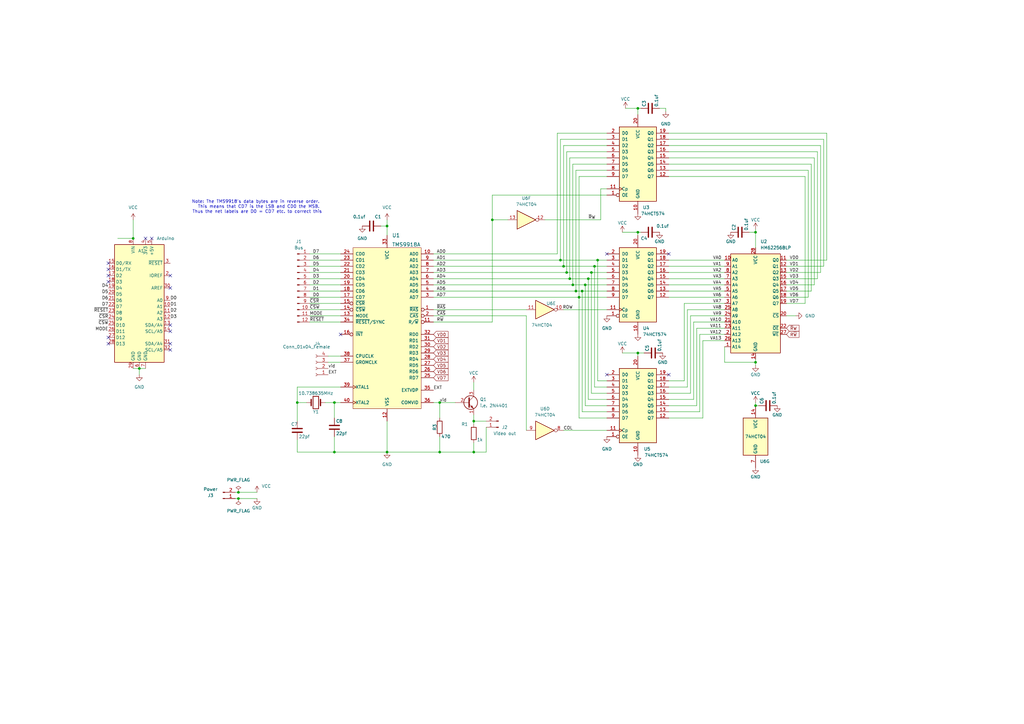
<source format=kicad_sch>
(kicad_sch (version 20211123) (generator eeschema)
  (paper "A3")
  (title_block (title "TMS9918A ") (date "2022-03") (rev "Rev.1.2") (company "Doctor Volt"))
  (lib_symbols
    (symbol "74xx:74HCT04"
      (property "Reference" "U" (at 0 1.27 0))
      (property "Value" "74HCT04" (at 0 -1.27 0))
      (symbol "74HCT04_1_0"
        (polyline (pts (xy -3.81 3.81) (xy -3.81 -3.81) (xy 3.81 0) (xy -3.81 3.81)) (stroke (width 0.254)) (fill (type background)))
        (pin input line (at -7.62 0 0) (length 3.81) (name "~") (number "1"))
        (pin output inverted (at 7.62 0 180) (length 3.81) (name "~") (number "2"))
      )
      (symbol "74HCT04_2_0"
        (polyline (pts (xy -3.81 3.81) (xy -3.81 -3.81) (xy 3.81 0) (xy -3.81 3.81)) (stroke (width 0.254)) (fill (type background)))
        (pin input line (at -7.62 0 0) (length 3.81) (name "~") (number "3"))
        (pin output inverted (at 7.62 0 180) (length 3.81) (name "~") (number "4"))
      )
      (symbol "74HCT04_3_0"
        (polyline (pts (xy -3.81 3.81) (xy -3.81 -3.81) (xy 3.81 0) (xy -3.81 3.81)) (stroke (width 0.254)) (fill (type background)))
        (pin input line (at -7.62 0 0) (length 3.81) (name "~") (number "5"))
        (pin output inverted (at 7.62 0 180) (length 3.81) (name "~") (number "6"))
      )
      (symbol "74HCT04_4_0"
        (polyline (pts (xy -3.81 3.81) (xy -3.81 -3.81) (xy 3.81 0) (xy -3.81 3.81)) (stroke (width 0.254)) (fill (type background)))
        (pin output inverted (at 7.62 0 180) (length 3.81) (name "~") (number "8"))
        (pin input line (at -7.62 0 0) (length 3.81) (name "~") (number "9"))
      )
      (symbol "74HCT04_5_0"
        (polyline (pts (xy -3.81 3.81) (xy -3.81 -3.81) (xy 3.81 0) (xy -3.81 3.81)) (stroke (width 0.254)) (fill (type background)))
        (pin output inverted (at 7.62 0 180) (length 3.81) (name "~") (number "10"))
        (pin input line (at -7.62 0 0) (length 3.81) (name "~") (number "11"))
      )
      (symbol "74HCT04_6_0"
        (polyline (pts (xy -3.81 3.81) (xy -3.81 -3.81) (xy 3.81 0) (xy -3.81 3.81)) (stroke (width 0.254)) (fill (type background)))
        (pin output inverted (at 7.62 0 180) (length 3.81) (name "~") (number "12"))
        (pin input line (at -7.62 0 0) (length 3.81) (name "~") (number "13"))
      )
      (symbol "74HCT04_7_0"
        (pin power_in line (at 0 12.7 270) (length 5.08) (name "VCC") (number "14"))
        (pin power_in line (at 0 -12.7 90) (length 5.08) (name "GND") (number "7"))
      )
      (symbol "74HCT04_7_1"
        (rectangle (start -5.08 7.62) (end 5.08 -7.62) (stroke (width 0.254)) (fill (type background)))
      )
    )
    (symbol "74xx:74LS574" (pin_names (offset 1.016))
      (property "Reference" "U" (at -7.62 16.51 0))
      (property "Value" "74LS574" (at -7.62 -16.51 0))
      (symbol "74LS574_1_0"
        (pin input inverted (at -12.7 -12.7 0) (length 5.08) (name "OE") (number "1"))
        (pin power_in line (at 0 -20.32 90) (length 5.08) (name "GND") (number "10"))
        (pin input clock (at -12.7 -10.16 0) (length 5.08) (name "Cp") (number "11"))
        (pin tri_state line (at 12.7 -5.08 180) (length 5.08) (name "Q7") (number "12"))
        (pin tri_state line (at 12.7 -2.54 180) (length 5.08) (name "Q6") (number "13"))
        (pin tri_state line (at 12.7 0 180) (length 5.08) (name "Q5") (number "14"))
        (pin tri_state line (at 12.7 2.54 180) (length 5.08) (name "Q4") (number "15"))
        (pin tri_state line (at 12.7 5.08 180) (length 5.08) (name "Q3") (number "16"))
        (pin tri_state line (at 12.7 7.62 180) (length 5.08) (name "Q2") (number "17"))
        (pin tri_state line (at 12.7 10.16 180) (length 5.08) (name "Q1") (number "18"))
        (pin tri_state line (at 12.7 12.7 180) (length 5.08) (name "Q0") (number "19"))
        (pin input line (at -12.7 12.7 0) (length 5.08) (name "D0") (number "2"))
        (pin power_in line (at 0 20.32 270) (length 5.08) (name "VCC") (number "20"))
        (pin input line (at -12.7 10.16 0) (length 5.08) (name "D1") (number "3"))
        (pin input line (at -12.7 7.62 0) (length 5.08) (name "D2") (number "4"))
        (pin input line (at -12.7 5.08 0) (length 5.08) (name "D3") (number "5"))
        (pin input line (at -12.7 2.54 0) (length 5.08) (name "D4") (number "6"))
        (pin input line (at -12.7 0 0) (length 5.08) (name "D5") (number "7"))
        (pin input line (at -12.7 -2.54 0) (length 5.08) (name "D6") (number "8"))
        (pin input line (at -12.7 -5.08 0) (length 5.08) (name "D7") (number "9"))
      )
      (symbol "74LS574_1_1"
        (rectangle (start -7.62 15.24) (end 7.62 -15.24) (stroke (width 0.254)) (fill (type background)))
      )
    )
    (symbol "Connector:Conn_01x02_Male" (pin_names (offset 1.016) hide)
      (property "Reference" "J" (at 0 2.54 0))
      (property "Value" "Conn_01x02_Male" (at 0 -5.08 0))
      (symbol "Conn_01x02_Male_1_1"
        (polyline (pts (xy 1.27 -2.54) (xy 0.8636 -2.54)) (stroke (width 0.1524)))
        (polyline (pts (xy 1.27 0) (xy 0.8636 0)) (stroke (width 0.1524)))
        (rectangle (start 0.8636 -2.413) (end 0 -2.667) (stroke (width 0.1524)) (fill (type outline)))
        (rectangle (start 0.8636 0.127) (end 0 -0.127) (stroke (width 0.1524)) (fill (type outline)))
        (pin passive line (at 5.08 0 180) (length 3.81) (name "Pin_1") (number "1"))
        (pin passive line (at 5.08 -2.54 180) (length 3.81) (name "Pin_2") (number "2"))
      )
    )
    (symbol "Connector:Conn_01x04_Female" (pin_names (offset 1.016) hide)
      (property "Reference" "J" (at 0 5.08 0))
      (property "Value" "Conn_01x04_Female" (at 0 -7.62 0))
      (symbol "Conn_01x04_Female_1_1"
        (arc (start 0 -4.572) (mid -0.508 -5.08) (end 0 -5.588) (stroke (width 0.1524)))
        (arc (start 0 -2.032) (mid -0.508 -2.54) (end 0 -3.048) (stroke (width 0.1524)))
        (polyline (pts (xy -1.27 -5.08) (xy -0.508 -5.08)) (stroke (width 0.1524)))
        (polyline (pts (xy -1.27 -2.54) (xy -0.508 -2.54)) (stroke (width 0.1524)))
        (polyline (pts (xy -1.27 0) (xy -0.508 0)) (stroke (width 0.1524)))
        (polyline (pts (xy -1.27 2.54) (xy -0.508 2.54)) (stroke (width 0.1524)))
        (arc (start 0 0.508) (mid -0.508 0) (end 0 -0.508) (stroke (width 0.1524)))
        (arc (start 0 3.048) (mid -0.508 2.54) (end 0 2.032) (stroke (width 0.1524)))
        (pin passive line (at -5.08 2.54 0) (length 3.81) (name "Pin_1") (number "1"))
        (pin passive line (at -5.08 0 0) (length 3.81) (name "Pin_2") (number "2"))
        (pin passive line (at -5.08 -2.54 0) (length 3.81) (name "Pin_3") (number "3"))
        (pin passive line (at -5.08 -5.08 0) (length 3.81) (name "Pin_4") (number "4"))
      )
    )
    (symbol "Connector:Conn_01x12_Male" (pin_names (offset 1.016) hide)
      (property "Reference" "J" (at 0 15.24 0))
      (property "Value" "Conn_01x12_Male" (at 0 -17.78 0))
      (symbol "Conn_01x12_Male_1_1"
        (polyline (pts (xy 1.27 -15.24) (xy 0.8636 -15.24)) (stroke (width 0.1524)))
        (polyline (pts (xy 1.27 -12.7) (xy 0.8636 -12.7)) (stroke (width 0.1524)))
        (polyline (pts (xy 1.27 -10.16) (xy 0.8636 -10.16)) (stroke (width 0.1524)))
        (polyline (pts (xy 1.27 -7.62) (xy 0.8636 -7.62)) (stroke (width 0.1524)))
        (polyline (pts (xy 1.27 -5.08) (xy 0.8636 -5.08)) (stroke (width 0.1524)))
        (polyline (pts (xy 1.27 -2.54) (xy 0.8636 -2.54)) (stroke (width 0.1524)))
        (polyline (pts (xy 1.27 0) (xy 0.8636 0)) (stroke (width 0.1524)))
        (polyline (pts (xy 1.27 2.54) (xy 0.8636 2.54)) (stroke (width 0.1524)))
        (polyline (pts (xy 1.27 5.08) (xy 0.8636 5.08)) (stroke (width 0.1524)))
        (polyline (pts (xy 1.27 7.62) (xy 0.8636 7.62)) (stroke (width 0.1524)))
        (polyline (pts (xy 1.27 10.16) (xy 0.8636 10.16)) (stroke (width 0.1524)))
        (polyline (pts (xy 1.27 12.7) (xy 0.8636 12.7)) (stroke (width 0.1524)))
        (rectangle (start 0.8636 -15.113) (end 0 -15.367) (stroke (width 0.1524)) (fill (type outline)))
        (rectangle (start 0.8636 -12.573) (end 0 -12.827) (stroke (width 0.1524)) (fill (type outline)))
        (rectangle (start 0.8636 -10.033) (end 0 -10.287) (stroke (width 0.1524)) (fill (type outline)))
        (rectangle (start 0.8636 -7.493) (end 0 -7.747) (stroke (width 0.1524)) (fill (type outline)))
        (rectangle (start 0.8636 -4.953) (end 0 -5.207) (stroke (width 0.1524)) (fill (type outline)))
        (rectangle (start 0.8636 -2.413) (end 0 -2.667) (stroke (width 0.1524)) (fill (type outline)))
        (rectangle (start 0.8636 0.127) (end 0 -0.127) (stroke (width 0.1524)) (fill (type outline)))
        (rectangle (start 0.8636 2.667) (end 0 2.413) (stroke (width 0.1524)) (fill (type outline)))
        (rectangle (start 0.8636 5.207) (end 0 4.953) (stroke (width 0.1524)) (fill (type outline)))
        (rectangle (start 0.8636 7.747) (end 0 7.493) (stroke (width 0.1524)) (fill (type outline)))
        (rectangle (start 0.8636 10.287) (end 0 10.033) (stroke (width 0.1524)) (fill (type outline)))
        (rectangle (start 0.8636 12.827) (end 0 12.573) (stroke (width 0.1524)) (fill (type outline)))
        (pin passive line (at 5.08 12.7 180) (length 3.81) (name "Pin_1") (number "1"))
        (pin passive line (at 5.08 -10.16 180) (length 3.81) (name "Pin_10") (number "10"))
        (pin passive line (at 5.08 -12.7 180) (length 3.81) (name "Pin_11") (number "11"))
        (pin passive line (at 5.08 -15.24 180) (length 3.81) (name "Pin_12") (number "12"))
        (pin passive line (at 5.08 10.16 180) (length 3.81) (name "Pin_2") (number "2"))
        (pin passive line (at 5.08 7.62 180) (length 3.81) (name "Pin_3") (number "3"))
        (pin passive line (at 5.08 5.08 180) (length 3.81) (name "Pin_4") (number "4"))
        (pin passive line (at 5.08 2.54 180) (length 3.81) (name "Pin_5") (number "5"))
        (pin passive line (at 5.08 0 180) (length 3.81) (name "Pin_6") (number "6"))
        (pin passive line (at 5.08 -2.54 180) (length 3.81) (name "Pin_7") (number "7"))
        (pin passive line (at 5.08 -5.08 180) (length 3.81) (name "Pin_8") (number "8"))
        (pin passive line (at 5.08 -7.62 180) (length 3.81) (name "Pin_9") (number "9"))
      )
    )
    (symbol "Device:C" (pin_numbers hide) (pin_names (offset 0.254))
      (property "Reference" "C" (at 0.635 2.54 0))
      (property "Value" "C" (at 0.635 -2.54 0))
      (symbol "C_0_1"
        (polyline (pts (xy -2.032 -0.762) (xy 2.032 -0.762)) (stroke (width 0.508)))
        (polyline (pts (xy -2.032 0.762) (xy 2.032 0.762)) (stroke (width 0.508)))
      )
      (symbol "C_1_1"
        (pin passive line (at 0 3.81 270) (length 2.794) (name "~") (number "1"))
        (pin passive line (at 0 -3.81 90) (length 2.794) (name "~") (number "2"))
      )
    )
    (symbol "Device:Crystal" (pin_numbers hide) (pin_names (offset 1.016) hide)
      (property "Reference" "Y" (at 0 3.81 0))
      (property "Value" "Crystal" (at 0 -3.81 0))
      (symbol "Crystal_0_1"
        (rectangle (start -1.143 2.54) (end 1.143 -2.54) (stroke (width 0.3048)))
        (polyline (pts (xy -2.54 0) (xy -1.905 0)))
        (polyline (pts (xy -1.905 -1.27) (xy -1.905 1.27)) (stroke (width 0.508)))
        (polyline (pts (xy 1.905 -1.27) (xy 1.905 1.27)) (stroke (width 0.508)))
        (polyline (pts (xy 2.54 0) (xy 1.905 0)))
      )
      (symbol "Crystal_1_1"
        (pin passive line (at -3.81 0 0) (length 1.27) (name "1") (number "1"))
        (pin passive line (at 3.81 0 180) (length 1.27) (name "2") (number "2"))
      )
    )
    (symbol "Device:Q_NPN_EBC" (pin_names (offset 0) hide)
      (property "Reference" "Q" (at 5.08 1.27 0))
      (property "Value" "Q_NPN_EBC" (at 5.08 -1.27 0))
      (symbol "Q_NPN_EBC_0_1"
        (polyline (pts (xy 0.635 0.635) (xy 2.54 2.54)))
        (polyline (pts (xy 0.635 -0.635) (xy 2.54 -2.54) (xy 2.54 -2.54)))
        (polyline (pts (xy 0.635 1.905) (xy 0.635 -1.905) (xy 0.635 -1.905)) (stroke (width 0.508)))
        (polyline (pts (xy 1.27 -1.778) (xy 1.778 -1.27) (xy 2.286 -2.286) (xy 1.27 -1.778) (xy 1.27 -1.778)) (fill (type outline)))
        (circle (center 1.27 0) (radius 2.8194) (stroke (width 0.254)))
      )
      (symbol "Q_NPN_EBC_1_1"
        (pin passive line (at 2.54 -5.08 90) (length 2.54) (name "E") (number "1"))
        (pin passive line (at -5.08 0 0) (length 5.715) (name "B") (number "2"))
        (pin passive line (at 2.54 5.08 270) (length 2.54) (name "C") (number "3"))
      )
    )
    (symbol "Device:R" (pin_numbers hide) (pin_names (offset 0))
      (property "Reference" "R" (at 2.032 0 90))
      (property "Value" "R" (at 0 0 90))
      (symbol "R_0_1"
        (rectangle (start -1.016 -2.54) (end 1.016 2.54) (stroke (width 0.254)))
      )
      (symbol "R_1_1"
        (pin passive line (at 0 3.81 270) (length 1.27) (name "~") (number "1"))
        (pin passive line (at 0 -3.81 90) (length 1.27) (name "~") (number "2"))
      )
    )
    (symbol "MCU_Module:Arduino_UNO_R3"
      (property "Reference" "A" (at -10.16 23.495 0))
      (property "Value" "Arduino_UNO_R3" (at 5.08 -26.67 0))
      (symbol "Arduino_UNO_R3_0_1"
        (rectangle (start -10.16 22.86) (end 10.16 -25.4) (stroke (width 0.254)) (fill (type background)))
      )
      (symbol "Arduino_UNO_R3_1_1"
        (pin no_connect line (at -10.16 -20.32 0) (length 2.54) hide (name "NC") (number "1"))
        (pin bidirectional line (at 12.7 -2.54 180) (length 2.54) (name "A1") (number "10"))
        (pin bidirectional line (at 12.7 -5.08 180) (length 2.54) (name "A2") (number "11"))
        (pin bidirectional line (at 12.7 -7.62 180) (length 2.54) (name "A3") (number "12"))
        (pin bidirectional line (at 12.7 -10.16 180) (length 2.54) (name "SDA/A4") (number "13"))
        (pin bidirectional line (at 12.7 -12.7 180) (length 2.54) (name "SCL/A5") (number "14"))
        (pin bidirectional line (at -12.7 15.24 0) (length 2.54) (name "D0/RX") (number "15"))
        (pin bidirectional line (at -12.7 12.7 0) (length 2.54) (name "D1/TX") (number "16"))
        (pin bidirectional line (at -12.7 10.16 0) (length 2.54) (name "D2") (number "17"))
        (pin bidirectional line (at -12.7 7.62 0) (length 2.54) (name "D3") (number "18"))
        (pin bidirectional line (at -12.7 5.08 0) (length 2.54) (name "D4") (number "19"))
        (pin output line (at 12.7 10.16 180) (length 2.54) (name "IOREF") (number "2"))
        (pin bidirectional line (at -12.7 2.54 0) (length 2.54) (name "D5") (number "20"))
        (pin bidirectional line (at -12.7 0 0) (length 2.54) (name "D6") (number "21"))
        (pin bidirectional line (at -12.7 -2.54 0) (length 2.54) (name "D7") (number "22"))
        (pin bidirectional line (at -12.7 -5.08 0) (length 2.54) (name "D8") (number "23"))
        (pin bidirectional line (at -12.7 -7.62 0) (length 2.54) (name "D9") (number "24"))
        (pin bidirectional line (at -12.7 -10.16 0) (length 2.54) (name "D10") (number "25"))
        (pin bidirectional line (at -12.7 -12.7 0) (length 2.54) (name "D11") (number "26"))
        (pin bidirectional line (at -12.7 -15.24 0) (length 2.54) (name "D12") (number "27"))
        (pin bidirectional line (at -12.7 -17.78 0) (length 2.54) (name "D13") (number "28"))
        (pin power_in line (at -2.54 -27.94 90) (length 2.54) (name "GND") (number "29"))
        (pin input line (at 12.7 15.24 180) (length 2.54) (name "~{RESET}") (number "3"))
        (pin input line (at 12.7 5.08 180) (length 2.54) (name "AREF") (number "30"))
        (pin bidirectional line (at 12.7 -17.78 180) (length 2.54) (name "SDA/A4") (number "31"))
        (pin bidirectional line (at 12.7 -20.32 180) (length 2.54) (name "SCL/A5") (number "32"))
        (pin power_out line (at 2.54 25.4 270) (length 2.54) (name "3V3") (number "4"))
        (pin power_out line (at 5.08 25.4 270) (length 2.54) (name "+5V") (number "5"))
        (pin power_in line (at 0 -27.94 90) (length 2.54) (name "GND") (number "6"))
        (pin power_in line (at 2.54 -27.94 90) (length 2.54) (name "GND") (number "7"))
        (pin power_in line (at -2.54 25.4 270) (length 2.54) (name "VIN") (number "8"))
        (pin bidirectional line (at 12.7 0 180) (length 2.54) (name "A0") (number "9"))
      )
    )
    (symbol "Memory_RAM:HM62256BLP"
      (property "Reference" "U" (at -10.16 20.955 0))
      (property "Value" "HM62256BLP" (at 2.54 20.955 0))
      (symbol "HM62256BLP_0_0"
        (pin power_in line (at 0 -22.86 90) (length 2.54) (name "GND") (number "14"))
        (pin power_in line (at 0 22.86 270) (length 2.54) (name "VCC") (number "28"))
      )
      (symbol "HM62256BLP_0_1"
        (rectangle (start -10.16 20.32) (end 10.16 -20.32) (stroke (width 0.254)) (fill (type background)))
      )
      (symbol "HM62256BLP_1_1"
        (pin input line (at -12.7 -17.78 0) (length 2.54) (name "A14") (number "1"))
        (pin input line (at -12.7 17.78 0) (length 2.54) (name "A0") (number "10"))
        (pin tri_state line (at 12.7 17.78 180) (length 2.54) (name "Q0") (number "11"))
        (pin tri_state line (at 12.7 15.24 180) (length 2.54) (name "Q1") (number "12"))
        (pin tri_state line (at 12.7 12.7 180) (length 2.54) (name "Q2") (number "13"))
        (pin tri_state line (at 12.7 10.16 180) (length 2.54) (name "Q3") (number "15"))
        (pin tri_state line (at 12.7 7.62 180) (length 2.54) (name "Q4") (number "16"))
        (pin tri_state line (at 12.7 5.08 180) (length 2.54) (name "Q5") (number "17"))
        (pin tri_state line (at 12.7 2.54 180) (length 2.54) (name "Q6") (number "18"))
        (pin tri_state line (at 12.7 0 180) (length 2.54) (name "Q7") (number "19"))
        (pin input line (at -12.7 -12.7 0) (length 2.54) (name "A12") (number "2"))
        (pin input line (at 12.7 -5.08 180) (length 2.54) (name "~{CS}") (number "20"))
        (pin input line (at -12.7 -7.62 0) (length 2.54) (name "A10") (number "21"))
        (pin input line (at 12.7 -10.16 180) (length 2.54) (name "~{OE}") (number "22"))
        (pin input line (at -12.7 -10.16 0) (length 2.54) (name "A11") (number "23"))
        (pin input line (at -12.7 -5.08 0) (length 2.54) (name "A9") (number "24"))
        (pin input line (at -12.7 -2.54 0) (length 2.54) (name "A8") (number "25"))
        (pin input line (at -12.7 -15.24 0) (length 2.54) (name "A13") (number "26"))
        (pin input line (at 12.7 -12.7 180) (length 2.54) (name "~{WE}") (number "27"))
        (pin input line (at -12.7 0 0) (length 2.54) (name "A7") (number "3"))
        (pin input line (at -12.7 2.54 0) (length 2.54) (name "A6") (number "4"))
        (pin input line (at -12.7 5.08 0) (length 2.54) (name "A5") (number "5"))
        (pin input line (at -12.7 7.62 0) (length 2.54) (name "A4") (number "6"))
        (pin input line (at -12.7 10.16 0) (length 2.54) (name "A3") (number "7"))
        (pin input line (at -12.7 12.7 0) (length 2.54) (name "A2") (number "8"))
        (pin input line (at -12.7 15.24 0) (length 2.54) (name "A1") (number "9"))
      )
    )
    (symbol "TMS9918:TMS9918A" (pin_names (offset 1.016))
      (property "Reference" "U" (at -12.7 35.56 0))
      (property "Value" "TMS9918A" (at 8.89 -35.56 0))
      (symbol "TMS9918A_0_1"
        (rectangle (start -13.97 33.02) (end 13.97 -33.02) (fill (type background)))
      )
      (symbol "TMS9918A_1_1"
        (pin output inverted (at 19.05 7.62 180) (length 5.08) (name "~{RAS}") (number "1"))
        (pin output line (at 19.05 30.48 180) (length 5.08) (name "AD0") (number "10"))
        (pin output inverted (at 19.05 2.54 180) (length 5.08) (name "R/~{W}") (number "11"))
        (pin power_in line (at 0 -38.1 90) (length 5.08) (name "VSS") (number "12"))
        (pin input line (at -19.05 5.08 0) (length 5.08) (name "MODE") (number "13"))
        (pin input inverted (at -19.05 7.62 0) (length 5.08) (name "~{CSW}") (number "14"))
        (pin input inverted (at -19.05 10.16 0) (length 5.08) (name "~{CSR}") (number "15"))
        (pin output inverted (at -19.05 -2.54 0) (length 5.08) (name "~{INT}") (number "16"))
        (pin bidirectional line (at -19.05 12.7 0) (length 5.08) (name "CD7") (number "17"))
        (pin bidirectional line (at -19.05 15.24 0) (length 5.08) (name "CD6") (number "18"))
        (pin bidirectional line (at -19.05 17.78 0) (length 5.08) (name "CD5") (number "19"))
        (pin output inverted (at 19.05 5.08 180) (length 5.08) (name "~{CAS}") (number "2"))
        (pin bidirectional line (at -19.05 20.32 0) (length 5.08) (name "CD4") (number "20"))
        (pin bidirectional line (at -19.05 22.86 0) (length 5.08) (name "CD3") (number "21"))
        (pin bidirectional line (at -19.05 25.4 0) (length 5.08) (name "CD2") (number "22"))
        (pin bidirectional line (at -19.05 27.94 0) (length 5.08) (name "CD1") (number "23"))
        (pin bidirectional line (at -19.05 30.48 0) (length 5.08) (name "CD0") (number "24"))
        (pin input line (at 19.05 -20.32 180) (length 5.08) (name "RD7") (number "25"))
        (pin input line (at 19.05 -17.78 180) (length 5.08) (name "RD6") (number "26"))
        (pin input line (at 19.05 -15.24 180) (length 5.08) (name "RD5") (number "27"))
        (pin input line (at 19.05 -12.7 180) (length 5.08) (name "RD4") (number "28"))
        (pin input line (at 19.05 -10.16 180) (length 5.08) (name "RD3") (number "29"))
        (pin output line (at 19.05 12.7 180) (length 5.08) (name "AD7") (number "3"))
        (pin input line (at 19.05 -7.62 180) (length 5.08) (name "RD2") (number "30"))
        (pin input line (at 19.05 -5.08 180) (length 5.08) (name "RD1") (number "31"))
        (pin input line (at 19.05 -2.54 180) (length 5.08) (name "RD0") (number "32"))
        (pin power_in line (at 0 38.1 270) (length 5.08) (name "VCC") (number "33"))
        (pin input line (at -19.05 2.54 0) (length 5.08) (name "~{RESET}/SYNC") (number "34"))
        (pin bidirectional line (at 19.05 -25.4 180) (length 5.08) (name "EXTVDP") (number "35"))
        (pin output line (at 19.05 -30.48 180) (length 5.08) (name "COMVID") (number "36"))
        (pin output line (at -19.05 -13.97 0) (length 5.08) (name "GROMCLK") (number "37"))
        (pin output line (at -19.05 -11.43 0) (length 5.08) (name "CPUCLK") (number "38"))
        (pin input clock (at -19.05 -24.13 0) (length 5.08) (name "XTAL1") (number "39"))
        (pin output line (at 19.05 15.24 180) (length 5.08) (name "AD6") (number "4"))
        (pin input clock (at -19.05 -30.48 0) (length 5.08) (name "XTAL2") (number "40"))
        (pin output line (at 19.05 17.78 180) (length 5.08) (name "AD5") (number "5"))
        (pin output line (at 19.05 20.32 180) (length 5.08) (name "AD4") (number "6"))
        (pin output line (at 19.05 22.86 180) (length 5.08) (name "AD3") (number "7"))
        (pin output line (at 19.05 25.4 180) (length 5.08) (name "AD2") (number "8"))
        (pin output line (at 19.05 27.94 180) (length 5.08) (name "AD1") (number "9"))
      )
    )
    (symbol "power:GND" (power) (pin_names (offset 0))
      (property "Value" "GND" (at 0 -3.81 0))
      (symbol "GND_0_1"
        (polyline (pts (xy 0 0) (xy 0 -1.27) (xy 1.27 -1.27) (xy 0 -2.54) (xy -1.27 -1.27) (xy 0 -1.27)))
      )
      (symbol "GND_1_1"
        (pin power_in line (at 0 0 270) (length 0) hide (name "GND") (number "1"))
      )
    )
    (symbol "power:PWR_FLAG" (power) (pin_numbers hide) (pin_names (offset 0) hide)
      (property "Value" "PWR_FLAG" (at 0 3.81 0))
      (symbol "PWR_FLAG_0_0"
        (pin power_out line (at 0 0 90) (length 0) (name "pwr") (number "1"))
      )
      (symbol "PWR_FLAG_0_1"
        (polyline (pts (xy 0 0) (xy 0 1.27) (xy -1.016 1.905) (xy 0 2.54) (xy 1.016 1.905) (xy 0 1.27)))
      )
    )
    (symbol "power:VCC" (power) (pin_names (offset 0))
      (property "Value" "VCC" (at 0 3.81 0))
      (symbol "VCC_0_1"
        (polyline (pts (xy -0.762 1.27) (xy 0 2.54)))
        (polyline (pts (xy 0 0) (xy 0 2.54)))
        (polyline (pts (xy 0 2.54) (xy 0.762 1.27)))
      )
      (symbol "VCC_1_1"
        (pin power_in line (at 0 0 90) (length 0) hide (name "VCC") (number "1"))
      )
    )
  )
  (junction (at 309.88 148.59))
  (junction (at 97.79 204.47))
  (junction (at 231.14 109.22))
  (junction (at 54.61 97.79))
  (junction (at 309.88 95.25))
  (junction (at 242.57 111.76))
  (junction (at 180.34 165.1))
  (junction (at 137.16 185.42))
  (junction (at 237.49 121.92))
  (junction (at 243.84 109.22))
  (junction (at 232.41 111.76))
  (junction (at 180.34 185.42))
  (junction (at 238.76 119.38))
  (junction (at 194.31 172.72))
  (junction (at 261.62 95.25))
  (junction (at 229.87 106.68))
  (junction (at 57.15 151.13))
  (junction (at 121.92 165.1))
  (junction (at 261.62 144.78))
  (junction (at 241.3 114.3))
  (junction (at 236.22 119.38))
  (junction (at 309.88 166.37))
  (junction (at 261.62 44.45))
  (junction (at 201.93 90.17))
  (junction (at 234.95 116.84))
  (junction (at 245.11 106.68))
  (junction (at 233.68 114.3))
  (junction (at 194.31 185.42))
  (junction (at 240.03 116.84))
  (junction (at 137.16 165.1))
  (junction (at 158.75 185.42))
  (junction (at 158.75 92.71))
  (junction (at 97.79 201.93))
  (no_connect (at 62.23 97.79))
  (no_connect (at 274.32 104.14))
  (no_connect (at 248.92 153.67))
  (no_connect (at 139.7 137.16))
  (no_connect (at 274.32 153.67))
  (no_connect (at 248.92 104.14))
  (no_connect (at 44.45 138.43))
  (no_connect (at 44.45 140.97))
  (no_connect (at 59.69 97.79))
  (no_connect (at 69.85 118.11))
  (no_connect (at 69.85 113.03))
  (no_connect (at 44.45 115.57))
  (no_connect (at 44.45 107.95))
  (no_connect (at 44.45 110.49))
  (no_connect (at 44.45 113.03))
  (no_connect (at 69.85 143.51))
  (no_connect (at 69.85 135.89))
  (no_connect (at 69.85 140.97))
  (no_connect (at 69.85 133.35))
  (wire (pts (xy 330.2 72.39) (xy 330.2 124.46)))
  (wire (pts (xy 280.67 124.46) (xy 280.67 156.21)))
  (wire (pts (xy 261.62 96.52) (xy 261.62 95.25)))
  (wire (pts (xy 177.8 132.08) (xy 201.93 132.08)))
  (wire (pts (xy 233.68 64.77) (xy 248.92 64.77)))
  (wire (pts (xy 242.57 111.76) (xy 248.92 111.76)))
  (wire (pts (xy 215.9 129.54) (xy 215.9 176.53)))
  (wire (pts (xy 337.82 57.15) (xy 337.82 109.22)))
  (wire (pts (xy 256.54 44.45) (xy 261.62 44.45)))
  (wire (pts (xy 231.14 127) (xy 248.92 127)))
  (wire (pts (xy 274.32 119.38) (xy 297.18 119.38)))
  (wire (pts (xy 232.41 62.23) (xy 248.92 62.23)))
  (wire (pts (xy 322.58 119.38) (xy 332.74 119.38)))
  (wire (pts (xy 248.92 163.83) (xy 241.3 163.83)))
  (wire (pts (xy 125.73 165.1) (xy 121.92 165.1)))
  (wire (pts (xy 96.52 204.47) (xy 97.79 204.47)))
  (wire (pts (xy 194.31 172.72) (xy 199.39 172.72)))
  (wire (pts (xy 158.75 185.42) (xy 180.34 185.42)))
  (wire (pts (xy 180.34 165.1) (xy 186.69 165.1)))
  (wire (pts (xy 255.27 144.78) (xy 261.62 144.78)))
  (wire (pts (xy 255.27 95.25) (xy 261.62 95.25)))
  (wire (pts (xy 234.95 67.31) (xy 234.95 116.84)))
  (wire (pts (xy 283.21 129.54) (xy 297.18 129.54)))
  (wire (pts (xy 309.88 95.25) (xy 309.88 101.6)))
  (wire (pts (xy 177.8 104.14) (xy 228.6 104.14)))
  (wire (pts (xy 336.55 59.69) (xy 336.55 111.76)))
  (wire (pts (xy 177.8 106.68) (xy 229.87 106.68)))
  (wire (pts (xy 177.8 127) (xy 215.9 127)))
  (wire (pts (xy 177.8 119.38) (xy 236.22 119.38)))
  (wire (pts (xy 274.32 166.37) (xy 285.75 166.37)))
  (wire (pts (xy 236.22 69.85) (xy 236.22 119.38)))
  (wire (pts (xy 274.32 156.21) (xy 280.67 156.21)))
  (wire (pts (xy 309.88 149.86) (xy 309.88 148.59)))
  (wire (pts (xy 274.32 168.91) (xy 287.02 168.91)))
  (wire (pts (xy 274.32 67.31) (xy 332.74 67.31)))
  (wire (pts (xy 281.94 127) (xy 281.94 158.75)))
  (wire (pts (xy 238.76 168.91) (xy 238.76 119.38)))
  (wire (pts (xy 280.67 124.46) (xy 297.18 124.46)))
  (wire (pts (xy 322.58 109.22) (xy 337.82 109.22)))
  (wire (pts (xy 158.75 172.72) (xy 158.75 185.42)))
  (wire (pts (xy 245.11 106.68) (xy 248.92 106.68)))
  (wire (pts (xy 287.02 137.16) (xy 297.18 137.16)))
  (wire (pts (xy 240.03 116.84) (xy 248.92 116.84)))
  (wire (pts (xy 194.31 156.8101) (xy 194.31 160.02)))
  (wire (pts (xy 237.49 121.92) (xy 237.49 171.45)))
  (wire (pts (xy 201.93 132.08) (xy 201.93 90.17)))
  (wire (pts (xy 232.41 62.23) (xy 232.41 111.76)))
  (wire (pts (xy 127 109.22) (xy 139.7 109.22)))
  (wire (pts (xy 177.8 114.3) (xy 233.68 114.3)))
  (wire (pts (xy 177.8 111.76) (xy 232.41 111.76)))
  (wire (pts (xy 248.92 158.75) (xy 243.84 158.75)))
  (wire (pts (xy 274.32 62.23) (xy 335.28 62.23)))
  (wire (pts (xy 322.58 111.76) (xy 336.55 111.76)))
  (wire (pts (xy 273.05 44.45) (xy 273.05 45.72)))
  (wire (pts (xy 133.35 165.1) (xy 137.16 165.1)))
  (wire (pts (xy 156.21 92.71) (xy 158.75 92.71)))
  (wire (pts (xy 274.32 64.77) (xy 334.01 64.77)))
  (wire (pts (xy 274.32 161.29) (xy 283.21 161.29)))
  (wire (pts (xy 309.88 166.37) (xy 311.15 166.37)))
  (wire (pts (xy 274.32 57.15) (xy 337.82 57.15)))
  (wire (pts (xy 236.22 69.85) (xy 248.92 69.85)))
  (wire (pts (xy 127 124.46) (xy 139.7 124.46)))
  (wire (pts (xy 127 127) (xy 139.7 127)))
  (wire (pts (xy 274.32 116.84) (xy 297.18 116.84)))
  (wire (pts (xy 233.68 114.3) (xy 241.3 114.3)))
  (wire (pts (xy 322.58 129.54) (xy 326.39 129.54)))
  (wire (pts (xy 237.49 121.92) (xy 237.49 72.39)))
  (wire (pts (xy 309.88 166.37) (xy 309.88 165.1)))
  (wire (pts (xy 96.52 201.93) (xy 97.79 201.93)))
  (wire (pts (xy 243.84 109.22) (xy 248.92 109.22)))
  (wire (pts (xy 158.75 90.17) (xy 158.75 92.71)))
  (wire (pts (xy 242.57 161.29) (xy 242.57 111.76)))
  (wire (pts (xy 127 116.84) (xy 139.7 116.84)))
  (wire (pts (xy 57.15 151.13) (xy 59.69 151.13)))
  (wire (pts (xy 231.14 176.53) (xy 248.92 176.53)))
  (wire (pts (xy 339.09 54.61) (xy 339.09 106.68)))
  (wire (pts (xy 332.74 67.31) (xy 332.74 119.38)))
  (wire (pts (xy 243.84 158.75) (xy 243.84 109.22)))
  (wire (pts (xy 234.95 116.84) (xy 240.03 116.84)))
  (wire (pts (xy 248.92 54.61) (xy 228.6 54.61)))
  (wire (pts (xy 177.8 165.1) (xy 180.34 165.1)))
  (wire (pts (xy 248.92 77.47) (xy 246.38 77.47)))
  (wire (pts (xy 237.49 72.39) (xy 248.92 72.39)))
  (wire (pts (xy 137.16 171.45) (xy 137.16 165.1)))
  (wire (pts (xy 231.14 59.69) (xy 248.92 59.69)))
  (wire (pts (xy 274.32 54.61) (xy 339.09 54.61)))
  (wire (pts (xy 281.94 127) (xy 297.18 127)))
  (wire (pts (xy 127 106.68) (xy 139.7 106.68)))
  (wire (pts (xy 180.34 165.1) (xy 180.34 171.45)))
  (wire (pts (xy 322.58 121.92) (xy 331.47 121.92)))
  (wire (pts (xy 309.88 93.98) (xy 309.88 95.25)))
  (wire (pts (xy 177.8 116.84) (xy 234.95 116.84)))
  (wire (pts (xy 307.34 95.25) (xy 309.88 95.25)))
  (wire (pts (xy 127 104.14) (xy 139.7 104.14)))
  (wire (pts (xy 274.32 69.85) (xy 331.47 69.85)))
  (wire (pts (xy 229.87 57.15) (xy 229.87 106.68)))
  (wire (pts (xy 199.39 175.26) (xy 199.39 185.42)))
  (wire (pts (xy 231.14 59.69) (xy 231.14 109.22)))
  (wire (pts (xy 246.38 77.47) (xy 246.38 90.17)))
  (wire (pts (xy 54.61 90.17) (xy 54.61 97.79)))
  (wire (pts (xy 274.32 171.45) (xy 288.29 171.45)))
  (wire (pts (xy 241.3 163.83) (xy 241.3 114.3)))
  (wire (pts (xy 121.92 158.75) (xy 139.7 158.75)))
  (wire (pts (xy 322.58 116.84) (xy 334.01 116.84)))
  (wire (pts (xy 180.34 179.07) (xy 180.34 185.42)))
  (wire (pts (xy 331.47 69.85) (xy 331.47 121.92)))
  (wire (pts (xy 261.62 144.78) (xy 261.62 146.05)))
  (wire (pts (xy 274.32 72.39) (xy 330.2 72.39)))
  (wire (pts (xy 97.79 201.93) (xy 105.41 201.93)))
  (wire (pts (xy 121.92 158.75) (xy 121.92 165.1)))
  (wire (pts (xy 274.32 111.76) (xy 297.18 111.76)))
  (wire (pts (xy 194.31 172.72) (xy 194.31 173.99)))
  (wire (pts (xy 261.62 95.25) (xy 262.89 95.25)))
  (wire (pts (xy 121.92 180.34) (xy 121.92 185.42)))
  (wire (pts (xy 322.58 124.46) (xy 330.2 124.46)))
  (wire (pts (xy 322.58 114.3) (xy 335.28 114.3)))
  (wire (pts (xy 233.68 64.77) (xy 233.68 114.3)))
  (wire (pts (xy 274.32 59.69) (xy 336.55 59.69)))
  (wire (pts (xy 309.88 148.59) (xy 309.88 147.32)))
  (wire (pts (xy 121.92 165.1) (xy 121.92 172.72)))
  (wire (pts (xy 48.26 97.79) (xy 54.61 97.79)))
  (wire (pts (xy 201.93 90.17) (xy 201.93 80.01)))
  (wire (pts (xy 284.48 132.08) (xy 284.48 163.83)))
  (wire (pts (xy 241.3 114.3) (xy 248.92 114.3)))
  (wire (pts (xy 234.95 67.31) (xy 248.92 67.31)))
  (wire (pts (xy 158.75 92.71) (xy 158.75 96.52)))
  (wire (pts (xy 288.29 139.7) (xy 297.18 139.7)))
  (wire (pts (xy 322.58 106.68) (xy 339.09 106.68)))
  (wire (pts (xy 137.16 185.42) (xy 137.16 179.07)))
  (wire (pts (xy 297.18 142.24) (xy 297.18 148.59)))
  (wire (pts (xy 231.14 109.22) (xy 243.84 109.22)))
  (wire (pts (xy 228.6 54.61) (xy 228.6 104.14)))
  (wire (pts (xy 194.31 185.42) (xy 199.39 185.42)))
  (wire (pts (xy 134.62 148.59) (xy 139.7 148.59)))
  (wire (pts (xy 54.61 151.13) (xy 57.15 151.13)))
  (wire (pts (xy 137.16 165.1) (xy 139.7 165.1)))
  (wire (pts (xy 127 129.54) (xy 139.7 129.54)))
  (wire (pts (xy 237.49 121.92) (xy 248.92 121.92)))
  (wire (pts (xy 261.62 144.78) (xy 264.16 144.78)))
  (wire (pts (xy 194.31 185.42) (xy 180.34 185.42)))
  (wire (pts (xy 248.92 156.21) (xy 245.11 156.21)))
  (wire (pts (xy 274.32 114.3) (xy 297.18 114.3)))
  (wire (pts (xy 121.92 185.42) (xy 137.16 185.42)))
  (wire (pts (xy 137.16 185.42) (xy 158.75 185.42)))
  (wire (pts (xy 57.15 151.13) (xy 57.15 153.67)))
  (wire (pts (xy 240.03 166.37) (xy 240.03 116.84)))
  (wire (pts (xy 201.93 90.17) (xy 208.28 90.17)))
  (wire (pts (xy 248.92 168.91) (xy 238.76 168.91)))
  (wire (pts (xy 236.22 119.38) (xy 238.76 119.38)))
  (wire (pts (xy 237.49 171.45) (xy 248.92 171.45)))
  (wire (pts (xy 284.48 132.08) (xy 297.18 132.08)))
  (wire (pts (xy 261.62 44.45) (xy 262.89 44.45)))
  (wire (pts (xy 232.41 111.76) (xy 242.57 111.76)))
  (wire (pts (xy 334.01 64.77) (xy 334.01 116.84)))
  (wire (pts (xy 248.92 166.37) (xy 240.03 166.37)))
  (wire (pts (xy 194.31 170.18) (xy 194.31 172.72)))
  (wire (pts (xy 248.92 161.29) (xy 242.57 161.29)))
  (wire (pts (xy 229.87 106.68) (xy 245.11 106.68)))
  (wire (pts (xy 177.8 129.54) (xy 215.9 129.54)))
  (wire (pts (xy 127 114.3) (xy 139.7 114.3)))
  (wire (pts (xy 285.75 134.62) (xy 285.75 166.37)))
  (wire (pts (xy 201.93 80.01) (xy 248.92 80.01)))
  (wire (pts (xy 134.62 146.05) (xy 139.7 146.05)))
  (wire (pts (xy 238.76 119.38) (xy 248.92 119.38)))
  (wire (pts (xy 127 132.08) (xy 139.7 132.08)))
  (wire (pts (xy 177.8 121.92) (xy 237.49 121.92)))
  (wire (pts (xy 194.31 181.61) (xy 194.31 185.42)))
  (wire (pts (xy 97.79 204.47) (xy 105.41 204.47)))
  (wire (pts (xy 245.11 156.21) (xy 245.11 106.68)))
  (wire (pts (xy 274.32 121.92) (xy 297.18 121.92)))
  (wire (pts (xy 127 111.76) (xy 139.7 111.76)))
  (wire (pts (xy 127 119.38) (xy 139.7 119.38)))
  (wire (pts (xy 270.51 44.45) (xy 273.05 44.45)))
  (wire (pts (xy 335.28 62.23) (xy 335.28 114.3)))
  (wire (pts (xy 127 121.92) (xy 139.7 121.92)))
  (wire (pts (xy 274.32 158.75) (xy 281.94 158.75)))
  (wire (pts (xy 248.92 57.15) (xy 229.87 57.15)))
  (wire (pts (xy 274.32 106.68) (xy 297.18 106.68)))
  (wire (pts (xy 283.21 129.54) (xy 283.21 161.29)))
  (wire (pts (xy 274.32 109.22) (xy 297.18 109.22)))
  (wire (pts (xy 285.75 134.62) (xy 297.18 134.62)))
  (wire (pts (xy 287.02 137.16) (xy 287.02 168.91)))
  (wire (pts (xy 261.62 46.99) (xy 261.62 44.45)))
  (wire (pts (xy 288.29 139.7) (xy 288.29 171.45)))
  (wire (pts (xy 177.8 109.22) (xy 231.14 109.22)))
  (wire (pts (xy 274.32 163.83) (xy 284.48 163.83)))
  (wire (pts (xy 297.18 148.59) (xy 309.88 148.59)))
  (wire (pts (xy 223.52 90.17) (xy 246.38 90.17)))
  (text "Note: The TMS9918's data bytes are in reverse order. \nThis means that CD7 is the LSB and CD0 the MSB. \nThus the net labels are D0 = CD7 etc. to correct this" (at 132.08 87.63 0) (effects (font (size 1.27 1.27)) (justify right bottom)))
  (label "VA12" (at 295.91 137.16 180) (effects (font (size 1.254 1.254))))
  (label "vid" (at 134.62 151.13 0))
  (label "~{CSR}" (at 127 124.46 0))
  (label "VA3" (at 295.91 114.3 180) (effects (font (size 1.254 1.254))))
  (label "~{RAS}" (at 179.07 127 0))
  (label "AD0" (at 179.07 104.14 0))
  (label "D2" (at 128.27 116.84 0))
  (label "D0" (at 128.27 121.92 0))
  (label "MODE" (at 127 129.54 0))
  (label "VD2" (at 323.85 111.76 0) (effects (font (size 1.254 1.254))))
  (label "D2" (at 69.85 128.27 0))
  (label "D4" (at 44.45 118.11 180))
  (label "D7" (at 128.27 104.14 0))
  (label "VD7" (at 323.85 124.46 0) (effects (font (size 1.254 1.254))))
  (label "EXT" (at 177.8 160.02 0))
  (label "AD3" (at 179.07 111.76 0))
  (label "VA8" (at 295.91 127 180) (effects (font (size 1.254 1.254))))
  (label "VD3" (at 323.85 114.3 0) (effects (font (size 1.254 1.254))))
  (label "VD4" (at 323.85 116.84 0) (effects (font (size 1.254 1.254))))
  (label "D5" (at 44.45 120.65 180))
  (label "~{RESET}" (at 44.45 128.27 180))
  (label "D5" (at 128.27 109.22 0))
  (label "D6" (at 128.27 106.68 0))
  (label "VD6" (at 323.85 121.92 0) (effects (font (size 1.254 1.254))))
  (label "D1" (at 128.27 119.38 0))
  (label "D4" (at 128.27 111.76 0))
  (label "MODE" (at 44.45 135.89 180))
  (label "D3" (at 128.27 114.3 0))
  (label "VA0" (at 295.91 106.68 180) (effects (font (size 1.254 1.254))))
  (label "~{RESET}" (at 127 132.08 0))
  (label "D7" (at 44.45 125.73 180))
  (label "R~{W}" (at 179.07 132.08 0))
  (label "VA13" (at 295.91 139.7 180) (effects (font (size 1.254 1.254))))
  (label "VD0" (at 323.85 106.68 0) (effects (font (size 1.254 1.254))))
  (label "AD4" (at 179.07 114.3 0))
  (label "D3" (at 69.85 130.81 0))
  (label "VA5" (at 295.91 119.38 180) (effects (font (size 1.254 1.254))))
  (label "VA10" (at 295.91 132.08 180) (effects (font (size 1.254 1.254))))
  (label "vid" (at 180.34 165.1 0))
  (label "~{CAS}" (at 179.07 129.54 0))
  (label "VA1" (at 295.91 109.22 180) (effects (font (size 1.254 1.254))))
  (label "VA11" (at 295.91 134.62 180) (effects (font (size 1.254 1.254))))
  (label "COL" (at 231.14 176.53 0) (effects (font (size 1.254 1.254))))
  (label "D0" (at 69.85 123.19 0))
  (label "AD5" (at 179.07 116.84 0))
  (label "D6" (at 44.45 123.19 180))
  (label "~{CSW}" (at 44.45 133.35 180))
  (label "~{CSR}" (at 44.45 130.81 180))
  (label "AD7" (at 179.07 121.92 0))
  (label "VD5" (at 323.85 119.38 0) (effects (font (size 1.254 1.254))))
  (label "VD1" (at 323.85 109.22 0) (effects (font (size 1.254 1.254))))
  (label "~{CSW}" (at 127 127 0))
  (label "VA9" (at 295.91 129.54 180) (effects (font (size 1.254 1.254))))
  (label "AD2" (at 179.07 109.22 0))
  (label "EXT" (at 134.62 153.67 0))
  (label "AD6" (at 179.07 119.38 0))
  (label "~{R}W" (at 241.3 90.17 0))
  (label "VA2" (at 295.91 111.76 180) (effects (font (size 1.254 1.254))))
  (label "AD1" (at 179.07 106.68 0))
  (label "VA7" (at 295.91 124.46 180) (effects (font (size 1.254 1.254))))
  (label "VA6" (at 295.91 121.92 180) (effects (font (size 1.254 1.254))))
  (label "VA4" (at 295.91 116.84 180) (effects (font (size 1.254 1.254))))
  (label "ROW" (at 234.95 127 180) (effects (font (size 1.254 1.254))))
  (label "D1" (at 69.85 125.73 0))
  (global_label "VD4" (shape input) (at 177.8 147.32 0) (property "Intersheet References" "${INTERSHEET_REFS}" (effects hide)))
  (global_label "VD3" (shape input) (at 177.8 144.78 0) (property "Intersheet References" "${INTERSHEET_REFS}" (effects hide)))
  (global_label "VD7" (shape input) (at 177.8 154.94 0) (property "Intersheet References" "${INTERSHEET_REFS}" (effects hide)))
  (global_label "~{R}W" (shape input) (at 322.58 134.62 0) (property "Intersheet References" "${INTERSHEET_REFS}" (effects hide)))
  (global_label "VD2" (shape input) (at 177.8 142.24 0) (property "Intersheet References" "${INTERSHEET_REFS}" (effects hide)))
  (global_label "VD6" (shape input) (at 177.8 152.4 0) (property "Intersheet References" "${INTERSHEET_REFS}" (effects hide)))
  (global_label "VD0" (shape input) (at 177.8 137.16 0) (property "Intersheet References" "${INTERSHEET_REFS}" (effects hide)))
  (global_label "VD5" (shape input) (at 177.8 149.86 0) (property "Intersheet References" "${INTERSHEET_REFS}" (effects hide)))
  (global_label "VD1" (shape input) (at 177.8 139.7 0) (property "Intersheet References" "${INTERSHEET_REFS}" (effects hide)))
  (global_label "R~{W}" (shape input) (at 322.58 137.16 0) (property "Intersheet References" "${INTERSHEET_REFS}" (effects hide)))
  (symbol (lib_id "74xx:74LS574") (at 261.62 67.31 0) (unit 1)
    (property "Reference" "U3" (at 263.6394 85.09 0) (effects (justify left)))
    (property "Value" "74HCT574" (at 262.89 87.63 0) (effects (justify left)))
    (property "Footprint" "Package_DIP:DIP-20_W7.62mm_Socket" (effects hide))
  )
  (symbol (lib_id "74xx:74LS574") (at 261.62 116.84 0) (unit 1)
    (property "Reference" "U4" (at 263.6394 134.62 0) (effects (justify left)))
    (property "Value" "74HCT574" (at 263.6394 137.16 0) (effects (justify left)))
    (property "Footprint" "Package_DIP:DIP-20_W7.62mm_Socket" (effects hide))
  )
  (symbol (lib_id "74xx:74LS574") (at 261.62 166.37 0) (unit 1)
    (property "Reference" "U5" (at 265.43 184.15 0))
    (property "Value" "74HCT574" (at 269.24 186.69 0))
    (property "Footprint" "Package_DIP:DIP-20_W7.62mm_Socket" (effects hide))
  )
  (symbol (lib_id "Device:C") (at 266.7 95.25 90) (unit 1)
    (property "Reference" "C4" (at 264.16 97.79 90))
    (property "Value" "0.1uf" (at 271.78 92.71 90))
    (property "Footprint" "Capacitor_THT:C_Disc_D3.0mm_W1.6mm_P2.50mm" (effects hide))
  )
  (symbol (lib_id "Device:C") (at 303.53 95.25 90) (unit 1)
    (property "Reference" "C2" (at 300.99 94.615 0) (effects (justify left)))
    (property "Value" "0.1uf" (at 306.07 94.615 0) (effects (justify left)))
    (property "Footprint" "Capacitor_THT:C_Disc_D3.0mm_W1.6mm_P2.50mm" (effects hide))
  )
  (symbol (lib_id "Device:C") (at 266.7 44.45 90) (unit 1)
    (property "Reference" "C3" (at 264.16 43.815 0) (effects (justify left)))
    (property "Value" "0.1uf" (at 269.24 43.815 0) (effects (justify left)))
    (property "Footprint" "Capacitor_THT:C_Disc_D3.0mm_W1.6mm_P2.50mm" (effects hide))
  )
  (symbol (lib_id "Device:C") (at 314.96 166.37 90) (unit 1)
    (property "Reference" "C6" (at 312.42 165.735 0) (effects (justify left)))
    (property "Value" "0.1uf" (at 317.5 165.735 0) (effects (justify left)))
    (property "Footprint" "Capacitor_THT:C_Disc_D3.0mm_W1.6mm_P2.50mm" (effects hide))
  )
  (symbol (lib_id "power:VCC") (at 309.88 93.98 0) (unit 1)
    (property "Reference" "#PWR0101" (effects hide))
    (property "Value" "VCC" (at 309.88 90.17 0))
  )
  (symbol (lib_id "power:GND") (at 309.88 149.86 0) (unit 1)
    (property "Reference" "#PWR0102" (effects hide))
    (property "Value" "GND" (at 309.88 153.67 0))
  )
  (symbol (lib_id "power:VCC") (at 255.27 95.25 0) (unit 1)
    (property "Reference" "#PWR0103" (effects hide))
    (property "Value" "VCC" (at 255.27 91.44 0))
  )
  (symbol (lib_id "74xx:74HCT04") (at 309.88 179.07 0) (unit 7)
    (property "Reference" "U6" (at 313.69 189.23 0))
    (property "Value" "74HCT04" (at 309.88 179.07 0))
    (property "Footprint" "Package_DIP:DIP-14_W7.62mm_Socket" (effects hide))
    (property "Datasheet" "https://assets.nexperia.com/documents/data-sheet/74HC_HCT04.pdf" (effects hide))
  )
  (symbol (lib_id "power:GND") (at 309.88 191.77 0) (unit 1)
    (property "Reference" "#PWR0106" (effects hide))
    (property "Value" "GND" (at 309.88 195.58 0))
  )
  (symbol (lib_id "power:VCC") (at 309.88 165.1 0) (unit 1)
    (property "Reference" "#PWR0107" (effects hide))
    (property "Value" "VCC" (at 309.88 161.29 0))
  )
  (symbol (lib_id "power:VCC") (at 256.54 44.45 0) (unit 1)
    (property "Reference" "#PWR0108" (effects hide))
    (property "Value" "VCC" (at 256.54 40.64 0))
  )
  (symbol (lib_id "power:VCC") (at 255.27 144.78 0) (unit 1)
    (property "Reference" "#PWR0109" (effects hide))
    (property "Value" "VCC" (at 255.27 140.97 0))
  )
  (symbol (lib_id "power:GND") (at 261.62 186.69 0) (unit 1)
    (property "Reference" "#PWR0110" (effects hide))
    (property "Value" "GND" (at 261.62 190.5 0))
  )
  (symbol (lib_id "Memory_RAM:HM62256BLP") (at 309.88 124.46 0) (unit 1)
    (property "Reference" "U2" (at 311.8994 99.06 0) (effects (justify left)))
    (property "Value" "HM62256BLP" (at 311.8994 101.6 0) (effects (justify left)))
    (property "Footprint" "Package_DIP:DIP-28_W15.24mm" (effects hide))
    (property "Datasheet" "https://web.mit.edu/6.115/www/document/62256.pdf" (effects hide))
  )
  (symbol (lib_id "power:VCC") (at 158.75 90.17 0) (unit 1)
    (property "Reference" "#PWR0115" (effects hide))
    (property "Value" "VCC" (at 158.75 85.09 0))
  )
  (symbol (lib_id "power:PWR_FLAG") (at 97.79 204.47 180) (unit 1)
    (property "Reference" "#FLG0101" (effects hide))
    (property "Value" "PWR_FLAG" (at 97.79 209.55 0))
  )
  (symbol (lib_id "power:GND") (at 57.15 153.67 0) (unit 1)
    (property "Reference" "#PWR01" (effects hide))
    (property "Value" "GND" (at 57.15 158.75 0))
  )
  (symbol (lib_id "power:GND") (at 261.62 87.63 0) (unit 1)
    (property "Reference" "#PWR010" (effects hide))
    (property "Value" "GND" (effects hide))
  )
  (symbol (lib_id "power:GND") (at 318.77 166.37 0) (unit 1)
    (property "Reference" "#PWR013" (effects hide))
    (property "Value" "GND" (at 318.77 170.18 0))
  )
  (symbol (lib_id "74xx:74HCT04") (at 223.52 176.53 0) (unit 4)
    (property "Reference" "U6" (at 223.52 167.64 0))
    (property "Value" "74HCT04" (at 223.52 170.18 0))
    (property "Footprint" "Package_DIP:DIP-14_W7.62mm_Socket" (effects hide))
    (property "Datasheet" "https://assets.nexperia.com/documents/data-sheet/74HC_HCT04.pdf" (effects hide))
  )
  (symbol (lib_id "power:GND") (at 299.72 95.25 0) (unit 1)
    (property "Reference" "#PWR014" (effects hide))
    (property "Value" "GND" (at 299.72 99.06 0))
  )
  (symbol (lib_id "Device:C") (at 137.16 175.26 0) (unit 1)
    (property "Reference" "C8" (at 137.795 172.72 0) (effects (justify left)))
    (property "Value" "22pf" (at 137.795 177.8 0) (effects (justify left)))
    (property "Footprint" "Capacitor_THT:C_Disc_D3.0mm_W1.6mm_P2.50mm" (effects hide))
  )
  (symbol (lib_id "Device:Q_NPN_EBC") (at 191.77 165.1 0) (unit 1)
    (property "Reference" "Q1" (at 196.85 163.8299 0) (effects (justify left)))
    (property "Value" "i.e. 2N4401" (at 196.85 166.3699 0) (effects (justify left)))
    (property "Footprint" "Package_TO_SOT_THT:TO-92" (effects hide))
  )
  (symbol (lib_id "Device:Crystal") (at 129.54 165.1 0) (unit 1)
    (property "Reference" "Y1" (at 129.54 168.91 0))
    (property "Value" "10.738635MHz" (at 129.54 161.29 0))
    (property "Footprint" "Crystal:Crystal_HC49-4H_Vertical" (effects hide))
  )
  (symbol (lib_id "Device:R") (at 194.31 177.8 0) (unit 1)
    (property "Reference" "R1" (at 189.23 173.99 0) (effects (justify left)))
    (property "Value" "1k" (at 195.58 180.34 0) (effects (justify left)))
    (property "Footprint" "Resistor_THT:R_Axial_DIN0207_L6.3mm_D2.5mm_P7.62mm_Horizontal" (effects hide))
  )
  (symbol (lib_id "power:GND") (at 148.59 92.71 0) (unit 1)
    (property "Reference" "#PWR0117" (effects hide))
    (property "Value" "GND" (at 148.59 97.79 0))
  )
  (symbol (lib_id "power:GND") (at 158.75 185.42 0) (unit 1)
    (property "Reference" "#PWR0114" (effects hide))
    (property "Value" "GND" (at 158.75 190.5 0))
  )
  (symbol (lib_id "Connector:Conn_01x04_Female") (at 129.54 151.13 180) (unit 1)
    (property "Reference" "J4" (at 130.175 140.97 0))
    (property "Value" "Conn_01x04_Female" (at 125.73 142.24 0))
    (property "Footprint" "Connector_PinHeader_2.54mm:PinHeader_1x04_P2.54mm_Vertical" (effects hide))
  )
  (symbol (lib_id "power:GND") (at 270.51 95.25 0) (unit 1)
    (property "Reference" "#PWR012" (effects hide))
    (property "Value" "GND" (at 270.51 99.06 0))
  )
  (symbol (lib_id "power:GND") (at 271.78 144.78 0) (unit 1)
    (property "Reference" "#PWR011" (effects hide))
    (property "Value" "GND" (at 271.78 148.59 0))
  )
  (symbol (lib_id "74xx:74HCT04") (at 223.52 127 0) (unit 5)
    (property "Reference" "U6" (at 226.06 124.46 0))
    (property "Value" "74HCT04" (at 222.25 133.35 0))
    (property "Footprint" "Package_DIP:DIP-14_W7.62mm_Socket" (effects hide))
    (property "Datasheet" "https://assets.nexperia.com/documents/data-sheet/74HC_HCT04.pdf" (effects hide))
  )
  (symbol (lib_id "Device:C") (at 121.92 176.53 0) (unit 1)
    (property "Reference" "C7" (at 119.38 173.99 0) (effects (justify left)))
    (property "Value" "22pf" (at 122.555 179.07 0) (effects (justify left)))
    (property "Footprint" "Capacitor_THT:C_Disc_D3.0mm_W1.6mm_P2.50mm" (effects hide))
  )
  (symbol (lib_id "Connector:Conn_01x02_Male") (at 204.47 175.26 180) (unit 1)
    (property "Reference" "J2" (at 207.01 175.26 0))
    (property "Value" "Video out" (at 207.01 177.8 0))
    (property "Footprint" "Connector_PinHeader_2.54mm:PinHeader_1x02_P2.54mm_Horizontal" (effects hide))
  )
  (symbol (lib_id "power:VCC") (at 105.41 201.93 0) (unit 1)
    (property "Reference" "#PWR0113" (effects hide))
    (property "Value" "VCC" (at 109.22 199.39 0))
  )
  (symbol (lib_id "TMS9918:TMS9918A") (at 158.75 134.62 0) (unit 1)
    (property "Reference" "U1" (at 160.7694 96.52 0) (effects (font (size 1.524 1.524)) (justify left)))
    (property "Value" "TMS9918A" (at 160.7694 100.33 0) (effects (font (size 1.524 1.524)) (justify left)))
    (property "Footprint" "Package_DIP:DIP-40_W15.24mm_Socket" (effects hide))
  )
  (symbol (lib_id "power:GND") (at 105.41 204.47 0) (unit 1)
    (property "Reference" "#PWR0112" (effects hide))
    (property "Value" "GND" (at 105.41 208.28 0))
  )
  (symbol (lib_id "power:VCC") (at 54.61 90.17 0) (unit 1)
    (property "Reference" "#PWR03" (effects hide))
    (property "Value" "VCC" (at 54.61 85.09 0))
  )
  (symbol (lib_id "power:GND") (at 326.39 129.54 90) (unit 1)
    (property "Reference" "#PWR0104" (effects hide))
    (property "Value" "GND" (at 330.2 129.5399 90) (effects (justify right)))
  )
  (symbol (lib_id "Connector:Conn_01x12_Male") (at 121.92 116.84 0) (unit 1)
    (property "Reference" "J1" (at 122.555 99.06 0))
    (property "Value" "Bus" (at 122.555 101.6 0))
    (property "Footprint" "Connector_PinHeader_2.54mm:PinHeader_1x12_P2.54mm_Vertical" (effects hide))
  )
  (symbol (lib_id "Connector:Conn_01x02_Male") (at 91.44 204.47 0) (mirror x) (unit 1)
    (property "Reference" "J3" (at 86.36 203.2 0))
    (property "Value" "Power" (at 86.36 200.66 0))
    (property "Footprint" "Connector_PinHeader_2.54mm:PinHeader_1x02_P2.54mm_Vertical" (effects hide))
  )
  (symbol (lib_id "Device:C") (at 267.97 144.78 90) (unit 1)
    (property "Reference" "C5" (at 265.43 144.145 0) (effects (justify left)))
    (property "Value" "0.1uf" (at 270.51 144.145 0) (effects (justify left)))
    (property "Footprint" "Capacitor_THT:C_Disc_D3.0mm_W1.6mm_P2.50mm" (effects hide))
  )
  (symbol (lib_id "power:PWR_FLAG") (at 97.79 201.93 0) (unit 1)
    (property "Reference" "#FLG0102" (effects hide))
    (property "Value" "PWR_FLAG" (at 97.79 196.85 0))
  )
  (symbol (lib_id "power:GND") (at 273.05 45.72 0) (unit 1)
    (property "Reference" "#PWR0105" (effects hide))
    (property "Value" "GND" (at 273.05 50.8 0))
  )
  (symbol (lib_id "MCU_Module:Arduino_UNO_R3") (at 57.15 123.19 0) (unit 1)
    (property "Reference" "A1" (at 56.6294 102.87 0) (effects (justify left)))
    (property "Value" "Arduino" (at 64.2494 97.79 0) (effects (justify left)))
    (property "Footprint" "Module:Arduino_UNO_R3" (effects hide))
    (property "Datasheet" "https://www.arduino.cc/en/Main/arduinoBoardUno" (effects hide))
  )
  (symbol (lib_id "power:GND") (at 248.92 179.07 0) (unit 1)
    (property "Reference" "#PWR015" (effects hide))
    (property "Value" "GND" (at 248.92 184.15 0))
  )
  (symbol (lib_id "Device:R") (at 180.34 175.26 0) (mirror y) (unit 1)
    (property "Reference" "R3" (at 178.308 175.26 90))
    (property "Value" "470" (at 182.88 179.07 0))
    (property "Footprint" "Resistor_THT:R_Axial_DIN0207_L6.3mm_D2.5mm_P7.62mm_Horizontal" (effects hide))
  )
  (symbol (lib_id "power:VCC") (at 194.31 156.8101 0) (unit 1)
    (property "Reference" "#PWR02" (effects hide))
    (property "Value" "VCC" (at 194.31 153.0001 0))
  )
  (symbol (lib_id "74xx:74HCT04") (at 215.9 90.17 0) (unit 6)
    (property "Reference" "U6" (at 215.9 81.28 0))
    (property "Value" "74HCT04" (at 215.9 83.82 0))
    (property "Footprint" "Package_DIP:DIP-14_W7.62mm_Socket" (effects hide))
    (property "Datasheet" "https://assets.nexperia.com/documents/data-sheet/74HC_HCT04.pdf" (effects hide))
  )
  (symbol (lib_id "Device:C") (at 152.4 92.71 270) (unit 1)
    (property "Reference" "C1" (at 153.67 88.9 90) (effects (justify left)))
    (property "Value" "0.1uf" (at 144.78 88.9 90) (effects (justify left)))
    (property "Footprint" "Capacitor_THT:C_Disc_D3.0mm_W1.6mm_P2.50mm" (effects hide))
  )
  (symbol (lib_id "power:GND") (at 261.62 137.16 0) (unit 1)
    (property "Reference" "#PWR0111" (effects hide))
    (property "Value" "GND" (effects hide))
  )
  (symbol (lib_id "power:GND") (at 248.92 129.54 0) (unit 1)
    (property "Reference" "#PWR07" (effects hide))
    (property "Value" "GND" (at 248.92 134.62 0))
  )
)
</source>
